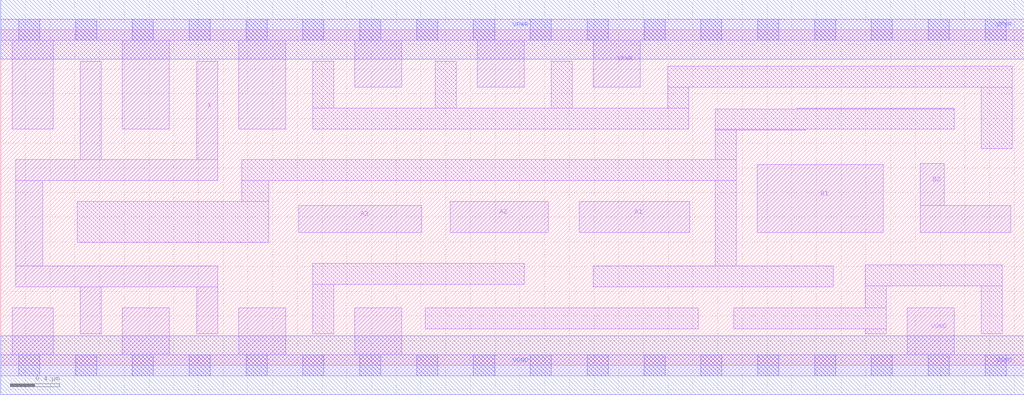
<source format=lef>
# Copyright 2020 The SkyWater PDK Authors
#
# Licensed under the Apache License, Version 2.0 (the "License");
# you may not use this file except in compliance with the License.
# You may obtain a copy of the License at
#
#     https://www.apache.org/licenses/LICENSE-2.0
#
# Unless required by applicable law or agreed to in writing, software
# distributed under the License is distributed on an "AS IS" BASIS,
# WITHOUT WARRANTIES OR CONDITIONS OF ANY KIND, either express or implied.
# See the License for the specific language governing permissions and
# limitations under the License.
#
# SPDX-License-Identifier: Apache-2.0

VERSION 5.7 ;
  NAMESCASESENSITIVE ON ;
  NOWIREEXTENSIONATPIN ON ;
  DIVIDERCHAR "/" ;
  BUSBITCHARS "[]" ;
UNITS
  DATABASE MICRONS 200 ;
END UNITS
PROPERTYDEFINITIONS
  MACRO maskLayoutSubType STRING ;
  MACRO prCellType STRING ;
  MACRO originalViewName STRING ;
END PROPERTYDEFINITIONS
MACRO sky130_fd_sc_hdll__a32o_4
  CLASS CORE ;
  FOREIGN sky130_fd_sc_hdll__a32o_4 ;
  ORIGIN  0.000000  0.000000 ;
  SIZE  8.280000 BY  2.720000 ;
  SYMMETRY X Y R90 ;
  SITE unithd ;
  PIN A1
    ANTENNAGATEAREA  0.555000 ;
    DIRECTION INPUT ;
    USE SIGNAL ;
    PORT
      LAYER li1 ;
        RECT 4.680000 1.075000 5.575000 1.325000 ;
    END
  END A1
  PIN A2
    ANTENNAGATEAREA  0.555000 ;
    DIRECTION INPUT ;
    USE SIGNAL ;
    PORT
      LAYER li1 ;
        RECT 3.635000 1.075000 4.430000 1.325000 ;
    END
  END A2
  PIN A3
    ANTENNAGATEAREA  0.555000 ;
    DIRECTION INPUT ;
    USE SIGNAL ;
    PORT
      LAYER li1 ;
        RECT 2.410000 1.075000 3.405000 1.295000 ;
    END
  END A3
  PIN B1
    ANTENNAGATEAREA  0.555000 ;
    DIRECTION INPUT ;
    USE SIGNAL ;
    PORT
      LAYER li1 ;
        RECT 6.120000 1.075000 7.140000 1.625000 ;
    END
  END B1
  PIN B2
    ANTENNAGATEAREA  0.555000 ;
    DIRECTION INPUT ;
    USE SIGNAL ;
    PORT
      LAYER li1 ;
        RECT 7.440000 1.075000 8.170000 1.295000 ;
        RECT 7.440000 1.295000 7.635000 1.635000 ;
    END
  END B2
  PIN X
    ANTENNADIFFAREA  1.028500 ;
    DIRECTION OUTPUT ;
    USE SIGNAL ;
    PORT
      LAYER li1 ;
        RECT 0.120000 0.635000 1.755000 0.805000 ;
        RECT 0.120000 0.805000 0.340000 1.495000 ;
        RECT 0.120000 1.495000 1.755000 1.665000 ;
        RECT 0.645000 0.255000 0.815000 0.635000 ;
        RECT 0.645000 1.665000 0.815000 2.465000 ;
        RECT 1.585000 0.255000 1.755000 0.635000 ;
        RECT 1.585000 1.665000 1.755000 2.465000 ;
    END
  END X
  PIN VGND
    DIRECTION INOUT ;
    USE GROUND ;
    PORT
      LAYER li1 ;
        RECT 0.000000 -0.085000 8.280000 0.085000 ;
        RECT 0.095000  0.085000 0.425000 0.465000 ;
        RECT 0.985000  0.085000 1.365000 0.465000 ;
        RECT 1.925000  0.085000 2.305000 0.465000 ;
        RECT 2.865000  0.085000 3.245000 0.465000 ;
        RECT 7.335000  0.085000 7.715000 0.465000 ;
      LAYER mcon ;
        RECT 0.145000 -0.085000 0.315000 0.085000 ;
        RECT 0.605000 -0.085000 0.775000 0.085000 ;
        RECT 1.065000 -0.085000 1.235000 0.085000 ;
        RECT 1.525000 -0.085000 1.695000 0.085000 ;
        RECT 1.985000 -0.085000 2.155000 0.085000 ;
        RECT 2.445000 -0.085000 2.615000 0.085000 ;
        RECT 2.905000 -0.085000 3.075000 0.085000 ;
        RECT 3.365000 -0.085000 3.535000 0.085000 ;
        RECT 3.825000 -0.085000 3.995000 0.085000 ;
        RECT 4.285000 -0.085000 4.455000 0.085000 ;
        RECT 4.745000 -0.085000 4.915000 0.085000 ;
        RECT 5.205000 -0.085000 5.375000 0.085000 ;
        RECT 5.665000 -0.085000 5.835000 0.085000 ;
        RECT 6.125000 -0.085000 6.295000 0.085000 ;
        RECT 6.585000 -0.085000 6.755000 0.085000 ;
        RECT 7.045000 -0.085000 7.215000 0.085000 ;
        RECT 7.505000 -0.085000 7.675000 0.085000 ;
        RECT 7.965000 -0.085000 8.135000 0.085000 ;
      LAYER met1 ;
        RECT 0.000000 -0.240000 8.280000 0.240000 ;
    END
  END VGND
  PIN VPWR
    DIRECTION INOUT ;
    USE POWER ;
    PORT
      LAYER li1 ;
        RECT 0.000000 2.635000 8.280000 2.805000 ;
        RECT 0.095000 1.915000 0.425000 2.635000 ;
        RECT 0.985000 1.915000 1.365000 2.635000 ;
        RECT 1.925000 1.915000 2.305000 2.635000 ;
        RECT 2.865000 2.255000 3.245000 2.635000 ;
        RECT 3.855000 2.255000 4.235000 2.635000 ;
        RECT 4.795000 2.255000 5.175000 2.635000 ;
      LAYER mcon ;
        RECT 0.145000 2.635000 0.315000 2.805000 ;
        RECT 0.605000 2.635000 0.775000 2.805000 ;
        RECT 1.065000 2.635000 1.235000 2.805000 ;
        RECT 1.525000 2.635000 1.695000 2.805000 ;
        RECT 1.985000 2.635000 2.155000 2.805000 ;
        RECT 2.445000 2.635000 2.615000 2.805000 ;
        RECT 2.905000 2.635000 3.075000 2.805000 ;
        RECT 3.365000 2.635000 3.535000 2.805000 ;
        RECT 3.825000 2.635000 3.995000 2.805000 ;
        RECT 4.285000 2.635000 4.455000 2.805000 ;
        RECT 4.745000 2.635000 4.915000 2.805000 ;
        RECT 5.205000 2.635000 5.375000 2.805000 ;
        RECT 5.665000 2.635000 5.835000 2.805000 ;
        RECT 6.125000 2.635000 6.295000 2.805000 ;
        RECT 6.585000 2.635000 6.755000 2.805000 ;
        RECT 7.045000 2.635000 7.215000 2.805000 ;
        RECT 7.505000 2.635000 7.675000 2.805000 ;
        RECT 7.965000 2.635000 8.135000 2.805000 ;
      LAYER met1 ;
        RECT 0.000000 2.480000 8.280000 2.960000 ;
    END
  END VPWR
  OBS
    LAYER li1 ;
      RECT 0.620000 0.995000 2.170000 1.325000 ;
      RECT 1.950000 1.325000 2.170000 1.495000 ;
      RECT 1.950000 1.495000 5.950000 1.665000 ;
      RECT 2.525000 0.255000 2.695000 0.655000 ;
      RECT 2.525000 0.655000 4.235000 0.825000 ;
      RECT 2.525000 1.915000 5.565000 2.085000 ;
      RECT 2.525000 2.085000 2.695000 2.465000 ;
      RECT 3.435000 0.295000 5.645000 0.465000 ;
      RECT 3.515000 2.085000 3.685000 2.465000 ;
      RECT 4.455000 2.085000 4.625000 2.465000 ;
      RECT 4.795000 0.635000 6.735000 0.805000 ;
      RECT 5.395000 2.085000 5.565000 2.255000 ;
      RECT 5.395000 2.255000 8.185000 2.425000 ;
      RECT 5.780000 0.805000 5.950000 1.495000 ;
      RECT 5.780000 1.665000 5.950000 1.905000 ;
      RECT 5.780000 1.905000 6.510000 1.915000 ;
      RECT 5.780000 1.915000 7.715000 2.075000 ;
      RECT 5.930000 0.295000 7.165000 0.465000 ;
      RECT 6.445000 2.075000 7.715000 2.085000 ;
      RECT 6.995000 0.255000 7.165000 0.295000 ;
      RECT 6.995000 0.465000 7.165000 0.645000 ;
      RECT 6.995000 0.645000 8.105000 0.815000 ;
      RECT 7.935000 0.255000 8.105000 0.645000 ;
      RECT 7.935000 1.755000 8.185000 2.255000 ;
  END
  PROPERTY maskLayoutSubType "abstract" ;
  PROPERTY prCellType "standard" ;
  PROPERTY originalViewName "layout" ;
END sky130_fd_sc_hdll__a32o_4

</source>
